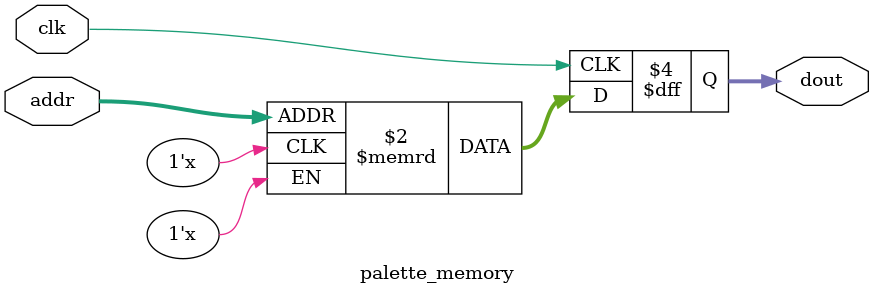
<source format=v>
module palette_memory(
  input clk,
  input [ADDR_WIDTH-1:0] addr,
  output reg [23:0] dout
);

  parameter FILENAME = "";

  parameter integer ADDR_WIDTH = 8;

  reg [23:0] rom[0:(2 ** ADDR_WIDTH)-1];
  
  initial
  begin
    if (FILENAME!="")
		  $readmemh(FILENAME, rom);
  end

  always @(posedge clk)
  begin
	dout <= rom[addr];
  end
endmodule

</source>
